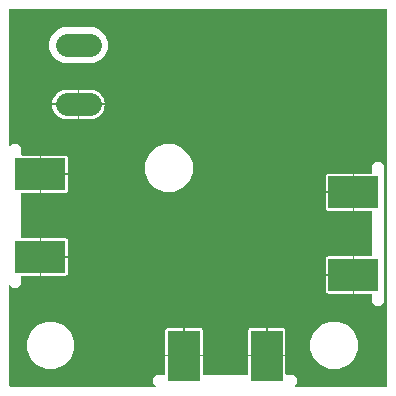
<source format=gbr>
G04 EAGLE Gerber RS-274X export*
G75*
%MOMM*%
%FSLAX34Y34*%
%LPD*%
%INBottom Copper*%
%IPPOS*%
%AMOC8*
5,1,8,0,0,1.08239X$1,22.5*%
G01*
%ADD10C,1.981200*%
%ADD11R,2.667000X4.191000*%
%ADD12R,4.191000X2.667000*%

G36*
X129081Y5087D02*
X129081Y5087D01*
X129107Y5084D01*
X129165Y5106D01*
X129225Y5120D01*
X129245Y5137D01*
X129269Y5146D01*
X129311Y5191D01*
X129358Y5230D01*
X129369Y5254D01*
X129387Y5273D01*
X129404Y5332D01*
X129429Y5389D01*
X129428Y5414D01*
X129436Y5439D01*
X129425Y5500D01*
X129423Y5562D01*
X129410Y5584D01*
X129406Y5610D01*
X129358Y5681D01*
X129340Y5714D01*
X129332Y5720D01*
X129325Y5730D01*
X126999Y8055D01*
X126999Y12265D01*
X129975Y15241D01*
X136758Y15241D01*
X136808Y15252D01*
X136859Y15254D01*
X136891Y15272D01*
X136927Y15280D01*
X136966Y15313D01*
X137011Y15337D01*
X137032Y15367D01*
X137060Y15390D01*
X137081Y15437D01*
X137111Y15479D01*
X137119Y15521D01*
X137131Y15549D01*
X137130Y15579D01*
X137138Y15621D01*
X137138Y30553D01*
X152633Y30553D01*
X152683Y30564D01*
X152734Y30566D01*
X152766Y30584D01*
X152802Y30592D01*
X152841Y30625D01*
X152886Y30649D01*
X152907Y30679D01*
X152935Y30702D01*
X152956Y30749D01*
X152986Y30791D01*
X152994Y30833D01*
X153006Y30861D01*
X153006Y30865D01*
X153005Y30892D01*
X153013Y30933D01*
X153013Y31315D01*
X153015Y31315D01*
X153015Y30933D01*
X153026Y30883D01*
X153028Y30832D01*
X153046Y30800D01*
X153054Y30764D01*
X153087Y30725D01*
X153111Y30680D01*
X153141Y30659D01*
X153165Y30631D01*
X153211Y30610D01*
X153253Y30580D01*
X153295Y30572D01*
X153323Y30560D01*
X153353Y30561D01*
X153395Y30553D01*
X168890Y30553D01*
X168890Y15621D01*
X168901Y15571D01*
X168903Y15520D01*
X168921Y15488D01*
X168929Y15452D01*
X168962Y15413D01*
X168986Y15368D01*
X169016Y15347D01*
X169039Y15319D01*
X169086Y15298D01*
X169128Y15268D01*
X169170Y15260D01*
X169198Y15248D01*
X169228Y15249D01*
X169270Y15241D01*
X206650Y15241D01*
X206700Y15252D01*
X206751Y15254D01*
X206783Y15272D01*
X206819Y15280D01*
X206858Y15313D01*
X206903Y15337D01*
X206924Y15367D01*
X206952Y15390D01*
X206973Y15437D01*
X207003Y15479D01*
X207011Y15521D01*
X207023Y15549D01*
X207022Y15579D01*
X207030Y15621D01*
X207030Y30553D01*
X222525Y30553D01*
X222575Y30564D01*
X222626Y30566D01*
X222658Y30584D01*
X222694Y30592D01*
X222733Y30625D01*
X222778Y30649D01*
X222799Y30679D01*
X222827Y30702D01*
X222848Y30749D01*
X222878Y30791D01*
X222886Y30833D01*
X222898Y30861D01*
X222898Y30865D01*
X222897Y30892D01*
X222905Y30933D01*
X222905Y31315D01*
X222907Y31315D01*
X222907Y30933D01*
X222918Y30883D01*
X222920Y30832D01*
X222938Y30800D01*
X222946Y30764D01*
X222979Y30725D01*
X223003Y30680D01*
X223033Y30659D01*
X223057Y30631D01*
X223103Y30610D01*
X223145Y30580D01*
X223187Y30572D01*
X223215Y30560D01*
X223245Y30561D01*
X223287Y30553D01*
X238782Y30553D01*
X238782Y15621D01*
X238793Y15571D01*
X238795Y15520D01*
X238813Y15488D01*
X238821Y15452D01*
X238854Y15413D01*
X238878Y15368D01*
X238908Y15347D01*
X238931Y15319D01*
X238978Y15298D01*
X239020Y15268D01*
X239062Y15260D01*
X239090Y15248D01*
X239120Y15249D01*
X239162Y15241D01*
X245945Y15241D01*
X248921Y12265D01*
X248921Y8055D01*
X246595Y5730D01*
X246581Y5708D01*
X246562Y5692D01*
X246536Y5635D01*
X246504Y5583D01*
X246501Y5557D01*
X246491Y5533D01*
X246493Y5472D01*
X246487Y5410D01*
X246496Y5386D01*
X246497Y5360D01*
X246527Y5306D01*
X246549Y5248D01*
X246568Y5231D01*
X246580Y5208D01*
X246630Y5173D01*
X246676Y5131D01*
X246701Y5123D01*
X246722Y5108D01*
X246806Y5092D01*
X246842Y5081D01*
X246852Y5083D01*
X246864Y5081D01*
X324539Y5081D01*
X324589Y5092D01*
X324640Y5094D01*
X324672Y5112D01*
X324708Y5120D01*
X324747Y5153D01*
X324792Y5177D01*
X324813Y5207D01*
X324841Y5230D01*
X324862Y5277D01*
X324892Y5319D01*
X324900Y5361D01*
X324912Y5389D01*
X324911Y5419D01*
X324919Y5461D01*
X324919Y324539D01*
X324908Y324589D01*
X324906Y324640D01*
X324888Y324672D01*
X324880Y324708D01*
X324847Y324747D01*
X324823Y324792D01*
X324793Y324813D01*
X324770Y324841D01*
X324723Y324862D01*
X324681Y324892D01*
X324639Y324900D01*
X324611Y324912D01*
X324581Y324911D01*
X324539Y324919D01*
X5461Y324919D01*
X5411Y324908D01*
X5360Y324906D01*
X5328Y324888D01*
X5292Y324880D01*
X5253Y324847D01*
X5208Y324823D01*
X5187Y324793D01*
X5159Y324770D01*
X5138Y324723D01*
X5108Y324681D01*
X5100Y324639D01*
X5088Y324611D01*
X5089Y324581D01*
X5081Y324539D01*
X5081Y208764D01*
X5087Y208739D01*
X5084Y208713D01*
X5106Y208655D01*
X5120Y208595D01*
X5137Y208575D01*
X5146Y208551D01*
X5191Y208509D01*
X5230Y208462D01*
X5254Y208451D01*
X5273Y208433D01*
X5332Y208416D01*
X5389Y208391D01*
X5414Y208392D01*
X5439Y208384D01*
X5500Y208395D01*
X5562Y208397D01*
X5584Y208410D01*
X5610Y208414D01*
X5681Y208462D01*
X5714Y208480D01*
X5720Y208488D01*
X5730Y208495D01*
X8055Y210821D01*
X12265Y210821D01*
X15241Y207845D01*
X15241Y201062D01*
X15252Y201012D01*
X15254Y200961D01*
X15272Y200929D01*
X15280Y200893D01*
X15313Y200854D01*
X15337Y200809D01*
X15367Y200788D01*
X15390Y200760D01*
X15437Y200739D01*
X15479Y200709D01*
X15521Y200701D01*
X15549Y200689D01*
X15579Y200690D01*
X15621Y200682D01*
X30553Y200682D01*
X30553Y185187D01*
X30564Y185137D01*
X30566Y185086D01*
X30584Y185054D01*
X30592Y185018D01*
X30625Y184979D01*
X30649Y184934D01*
X30679Y184913D01*
X30702Y184885D01*
X30749Y184864D01*
X30791Y184834D01*
X30833Y184826D01*
X30861Y184814D01*
X30891Y184815D01*
X30933Y184807D01*
X31315Y184807D01*
X31315Y184805D01*
X30933Y184805D01*
X30883Y184794D01*
X30832Y184792D01*
X30800Y184774D01*
X30764Y184766D01*
X30725Y184733D01*
X30680Y184709D01*
X30659Y184679D01*
X30631Y184655D01*
X30610Y184609D01*
X30580Y184567D01*
X30572Y184525D01*
X30560Y184497D01*
X30561Y184467D01*
X30553Y184425D01*
X30553Y168930D01*
X15621Y168930D01*
X15571Y168919D01*
X15520Y168917D01*
X15488Y168899D01*
X15452Y168891D01*
X15413Y168858D01*
X15368Y168834D01*
X15347Y168804D01*
X15319Y168781D01*
X15298Y168734D01*
X15268Y168692D01*
X15260Y168650D01*
X15248Y168622D01*
X15249Y168592D01*
X15241Y168550D01*
X15241Y131170D01*
X15252Y131120D01*
X15254Y131069D01*
X15272Y131037D01*
X15280Y131001D01*
X15313Y130962D01*
X15337Y130917D01*
X15367Y130896D01*
X15390Y130868D01*
X15437Y130847D01*
X15479Y130817D01*
X15521Y130809D01*
X15549Y130797D01*
X15579Y130798D01*
X15621Y130790D01*
X30553Y130790D01*
X30553Y115295D01*
X30564Y115245D01*
X30566Y115194D01*
X30584Y115162D01*
X30592Y115126D01*
X30625Y115087D01*
X30649Y115042D01*
X30679Y115021D01*
X30702Y114993D01*
X30749Y114972D01*
X30791Y114942D01*
X30833Y114934D01*
X30861Y114922D01*
X30891Y114923D01*
X30933Y114915D01*
X31315Y114915D01*
X31315Y114913D01*
X30933Y114913D01*
X30883Y114902D01*
X30832Y114900D01*
X30800Y114882D01*
X30764Y114874D01*
X30725Y114841D01*
X30680Y114817D01*
X30659Y114787D01*
X30631Y114763D01*
X30610Y114717D01*
X30580Y114675D01*
X30572Y114633D01*
X30560Y114605D01*
X30561Y114575D01*
X30553Y114533D01*
X30553Y99038D01*
X15621Y99038D01*
X15571Y99027D01*
X15520Y99025D01*
X15488Y99007D01*
X15452Y98999D01*
X15413Y98966D01*
X15368Y98942D01*
X15347Y98912D01*
X15319Y98889D01*
X15298Y98842D01*
X15268Y98800D01*
X15260Y98758D01*
X15248Y98730D01*
X15249Y98700D01*
X15248Y98695D01*
X15248Y98694D01*
X15241Y98658D01*
X15241Y91875D01*
X12265Y88899D01*
X8055Y88899D01*
X5730Y91225D01*
X5708Y91239D01*
X5692Y91258D01*
X5635Y91284D01*
X5583Y91316D01*
X5557Y91319D01*
X5533Y91329D01*
X5472Y91327D01*
X5410Y91333D01*
X5386Y91324D01*
X5360Y91323D01*
X5306Y91293D01*
X5248Y91271D01*
X5231Y91252D01*
X5208Y91240D01*
X5173Y91190D01*
X5131Y91144D01*
X5123Y91119D01*
X5108Y91098D01*
X5092Y91014D01*
X5081Y90978D01*
X5083Y90968D01*
X5081Y90956D01*
X5081Y5461D01*
X5092Y5411D01*
X5094Y5360D01*
X5112Y5328D01*
X5120Y5292D01*
X5153Y5253D01*
X5177Y5208D01*
X5207Y5187D01*
X5230Y5159D01*
X5277Y5138D01*
X5319Y5108D01*
X5361Y5100D01*
X5389Y5088D01*
X5419Y5089D01*
X5461Y5081D01*
X129056Y5081D01*
X129081Y5087D01*
G37*
%LPC*%
G36*
X315395Y73659D02*
X315395Y73659D01*
X312419Y76635D01*
X312419Y83418D01*
X312408Y83468D01*
X312406Y83519D01*
X312388Y83551D01*
X312380Y83587D01*
X312347Y83626D01*
X312323Y83671D01*
X312293Y83692D01*
X312270Y83720D01*
X312223Y83741D01*
X312181Y83771D01*
X312139Y83779D01*
X312111Y83791D01*
X312081Y83790D01*
X312039Y83798D01*
X297107Y83798D01*
X297107Y99293D01*
X297096Y99343D01*
X297094Y99394D01*
X297076Y99426D01*
X297068Y99462D01*
X297035Y99501D01*
X297011Y99546D01*
X296981Y99567D01*
X296957Y99595D01*
X296911Y99616D01*
X296869Y99646D01*
X296827Y99654D01*
X296799Y99666D01*
X296769Y99665D01*
X296727Y99673D01*
X296345Y99673D01*
X296345Y99675D01*
X296727Y99675D01*
X296777Y99686D01*
X296828Y99688D01*
X296860Y99706D01*
X296896Y99714D01*
X296935Y99747D01*
X296980Y99771D01*
X297001Y99801D01*
X297029Y99825D01*
X297050Y99871D01*
X297080Y99913D01*
X297088Y99955D01*
X297100Y99983D01*
X297099Y100013D01*
X297107Y100055D01*
X297107Y115550D01*
X312039Y115550D01*
X312089Y115561D01*
X312140Y115563D01*
X312172Y115581D01*
X312208Y115589D01*
X312247Y115622D01*
X312292Y115646D01*
X312313Y115676D01*
X312341Y115699D01*
X312362Y115746D01*
X312392Y115788D01*
X312400Y115830D01*
X312412Y115858D01*
X312411Y115888D01*
X312419Y115930D01*
X312419Y153310D01*
X312408Y153360D01*
X312406Y153411D01*
X312388Y153443D01*
X312380Y153479D01*
X312347Y153518D01*
X312323Y153563D01*
X312293Y153584D01*
X312270Y153612D01*
X312223Y153633D01*
X312181Y153663D01*
X312139Y153671D01*
X312111Y153683D01*
X312081Y153682D01*
X312039Y153690D01*
X297107Y153690D01*
X297107Y169185D01*
X297096Y169235D01*
X297094Y169286D01*
X297076Y169318D01*
X297068Y169354D01*
X297035Y169393D01*
X297011Y169438D01*
X296981Y169459D01*
X296957Y169487D01*
X296911Y169508D01*
X296869Y169538D01*
X296827Y169546D01*
X296799Y169558D01*
X296769Y169557D01*
X296727Y169565D01*
X296345Y169565D01*
X296345Y169567D01*
X296727Y169567D01*
X296777Y169578D01*
X296828Y169580D01*
X296860Y169598D01*
X296896Y169606D01*
X296935Y169639D01*
X296980Y169663D01*
X297001Y169693D01*
X297029Y169717D01*
X297050Y169763D01*
X297080Y169805D01*
X297088Y169847D01*
X297100Y169875D01*
X297099Y169905D01*
X297107Y169947D01*
X297107Y185442D01*
X312039Y185442D01*
X312089Y185453D01*
X312140Y185455D01*
X312172Y185473D01*
X312208Y185481D01*
X312247Y185514D01*
X312292Y185538D01*
X312313Y185568D01*
X312341Y185591D01*
X312362Y185638D01*
X312392Y185680D01*
X312400Y185722D01*
X312412Y185750D01*
X312411Y185780D01*
X312419Y185822D01*
X312419Y192605D01*
X315395Y195581D01*
X319605Y195581D01*
X322581Y192605D01*
X322581Y76635D01*
X319605Y73659D01*
X315395Y73659D01*
G37*
%LPD*%
%LPC*%
G36*
X50613Y279145D02*
X50613Y279145D01*
X45105Y281427D01*
X40889Y285643D01*
X38607Y291151D01*
X38607Y297113D01*
X40889Y302621D01*
X45105Y306837D01*
X50613Y309119D01*
X76387Y309119D01*
X81895Y306837D01*
X86111Y302621D01*
X88393Y297113D01*
X88393Y291151D01*
X86111Y285643D01*
X81895Y281427D01*
X76387Y279145D01*
X50613Y279145D01*
G37*
%LPD*%
%LPC*%
G36*
X136006Y169919D02*
X136006Y169919D01*
X128625Y172976D01*
X122976Y178625D01*
X119919Y186006D01*
X119919Y193994D01*
X122976Y201375D01*
X128625Y207024D01*
X136006Y210081D01*
X143994Y210081D01*
X151375Y207024D01*
X157024Y201375D01*
X160081Y193994D01*
X160081Y186006D01*
X157024Y178625D01*
X151375Y172976D01*
X143994Y169919D01*
X136006Y169919D01*
G37*
%LPD*%
%LPC*%
G36*
X276006Y19919D02*
X276006Y19919D01*
X268625Y22976D01*
X262976Y28625D01*
X259919Y36006D01*
X259919Y43994D01*
X262976Y51375D01*
X268625Y57024D01*
X276006Y60081D01*
X283994Y60081D01*
X291375Y57024D01*
X297024Y51375D01*
X300081Y43994D01*
X300081Y36006D01*
X297024Y28625D01*
X291375Y22976D01*
X283994Y19919D01*
X276006Y19919D01*
G37*
%LPD*%
%LPC*%
G36*
X36006Y19919D02*
X36006Y19919D01*
X28625Y22976D01*
X22976Y28625D01*
X19919Y36006D01*
X19919Y43994D01*
X22976Y51375D01*
X28625Y57024D01*
X36006Y60081D01*
X43994Y60081D01*
X51375Y57024D01*
X57024Y51375D01*
X60081Y43994D01*
X60081Y36006D01*
X57024Y28625D01*
X51375Y22976D01*
X43994Y19919D01*
X36006Y19919D01*
G37*
%LPD*%
%LPC*%
G36*
X32075Y185567D02*
X32075Y185567D01*
X32075Y200682D01*
X52604Y200682D01*
X53250Y200509D01*
X53829Y200174D01*
X54302Y199701D01*
X54637Y199122D01*
X54810Y198476D01*
X54810Y185567D01*
X32075Y185567D01*
G37*
%LPD*%
%LPC*%
G36*
X32075Y115675D02*
X32075Y115675D01*
X32075Y130790D01*
X52604Y130790D01*
X53250Y130617D01*
X53829Y130282D01*
X54302Y129809D01*
X54637Y129230D01*
X54810Y128584D01*
X54810Y115675D01*
X32075Y115675D01*
G37*
%LPD*%
%LPC*%
G36*
X223667Y32075D02*
X223667Y32075D01*
X223667Y54810D01*
X236576Y54810D01*
X237222Y54637D01*
X237801Y54302D01*
X238274Y53829D01*
X238609Y53250D01*
X238782Y52604D01*
X238782Y32075D01*
X223667Y32075D01*
G37*
%LPD*%
%LPC*%
G36*
X153775Y32075D02*
X153775Y32075D01*
X153775Y54810D01*
X166684Y54810D01*
X167330Y54637D01*
X167909Y54302D01*
X168382Y53829D01*
X168717Y53250D01*
X168890Y52604D01*
X168890Y32075D01*
X153775Y32075D01*
G37*
%LPD*%
%LPC*%
G36*
X272850Y170327D02*
X272850Y170327D01*
X272850Y183236D01*
X273023Y183882D01*
X273358Y184461D01*
X273831Y184934D01*
X274410Y185269D01*
X275056Y185442D01*
X295585Y185442D01*
X295585Y170327D01*
X272850Y170327D01*
G37*
%LPD*%
%LPC*%
G36*
X272850Y100435D02*
X272850Y100435D01*
X272850Y113344D01*
X273023Y113990D01*
X273358Y114569D01*
X273831Y115042D01*
X274410Y115377D01*
X275056Y115550D01*
X295585Y115550D01*
X295585Y100435D01*
X272850Y100435D01*
G37*
%LPD*%
%LPC*%
G36*
X32075Y168930D02*
X32075Y168930D01*
X32075Y184045D01*
X54810Y184045D01*
X54810Y171136D01*
X54637Y170490D01*
X54302Y169911D01*
X53829Y169438D01*
X53250Y169103D01*
X52604Y168930D01*
X32075Y168930D01*
G37*
%LPD*%
%LPC*%
G36*
X32075Y99038D02*
X32075Y99038D01*
X32075Y114153D01*
X54810Y114153D01*
X54810Y101244D01*
X54637Y100598D01*
X54302Y100019D01*
X53829Y99546D01*
X53250Y99211D01*
X52604Y99038D01*
X32075Y99038D01*
G37*
%LPD*%
%LPC*%
G36*
X207030Y32075D02*
X207030Y32075D01*
X207030Y52604D01*
X207203Y53250D01*
X207538Y53829D01*
X208011Y54302D01*
X208590Y54637D01*
X209236Y54810D01*
X222145Y54810D01*
X222145Y32075D01*
X207030Y32075D01*
G37*
%LPD*%
%LPC*%
G36*
X137138Y32075D02*
X137138Y32075D01*
X137138Y52604D01*
X137311Y53250D01*
X137646Y53829D01*
X138119Y54302D01*
X138698Y54637D01*
X139344Y54810D01*
X152253Y54810D01*
X152253Y32075D01*
X137138Y32075D01*
G37*
%LPD*%
%LPC*%
G36*
X275056Y153690D02*
X275056Y153690D01*
X274410Y153863D01*
X273831Y154198D01*
X273358Y154671D01*
X273023Y155250D01*
X272850Y155896D01*
X272850Y168805D01*
X295585Y168805D01*
X295585Y153690D01*
X275056Y153690D01*
G37*
%LPD*%
%LPC*%
G36*
X275056Y83798D02*
X275056Y83798D01*
X274410Y83971D01*
X273831Y84306D01*
X273358Y84779D01*
X273023Y85358D01*
X272850Y86004D01*
X272850Y98913D01*
X295585Y98913D01*
X295585Y83798D01*
X275056Y83798D01*
G37*
%LPD*%
%LPC*%
G36*
X64261Y244855D02*
X64261Y244855D01*
X64261Y256541D01*
X74386Y256541D01*
X76321Y256234D01*
X78184Y255629D01*
X79930Y254739D01*
X81515Y253588D01*
X82900Y252203D01*
X84051Y250618D01*
X84941Y248872D01*
X85546Y247009D01*
X85853Y245074D01*
X85853Y244855D01*
X64261Y244855D01*
G37*
%LPD*%
%LPC*%
G36*
X41147Y244855D02*
X41147Y244855D01*
X41147Y245074D01*
X41454Y247009D01*
X42059Y248872D01*
X42949Y250618D01*
X44100Y252203D01*
X45485Y253588D01*
X47070Y254739D01*
X48816Y255629D01*
X50679Y256234D01*
X52614Y256541D01*
X62739Y256541D01*
X62739Y244855D01*
X41147Y244855D01*
G37*
%LPD*%
%LPC*%
G36*
X64261Y231647D02*
X64261Y231647D01*
X64261Y243333D01*
X85853Y243333D01*
X85853Y243114D01*
X85546Y241179D01*
X84941Y239316D01*
X84051Y237570D01*
X82900Y235985D01*
X81515Y234600D01*
X79930Y233449D01*
X78184Y232559D01*
X76321Y231954D01*
X74386Y231647D01*
X64261Y231647D01*
G37*
%LPD*%
%LPC*%
G36*
X52614Y231647D02*
X52614Y231647D01*
X50679Y231954D01*
X48816Y232559D01*
X47070Y233449D01*
X45485Y234600D01*
X44100Y235985D01*
X42949Y237570D01*
X42059Y239316D01*
X41454Y241179D01*
X41147Y243114D01*
X41147Y243333D01*
X62739Y243333D01*
X62739Y231647D01*
X52614Y231647D01*
G37*
%LPD*%
%LPC*%
G36*
X63499Y244093D02*
X63499Y244093D01*
X63499Y244095D01*
X63501Y244095D01*
X63501Y244093D01*
X63499Y244093D01*
G37*
%LPD*%
D10*
X73406Y244094D02*
X53594Y244094D01*
X53594Y294132D02*
X73406Y294132D01*
D11*
X222906Y31314D03*
X153014Y31314D03*
D12*
X31314Y114914D03*
X31314Y184806D03*
X296346Y169566D03*
X296346Y99674D03*
M02*

</source>
